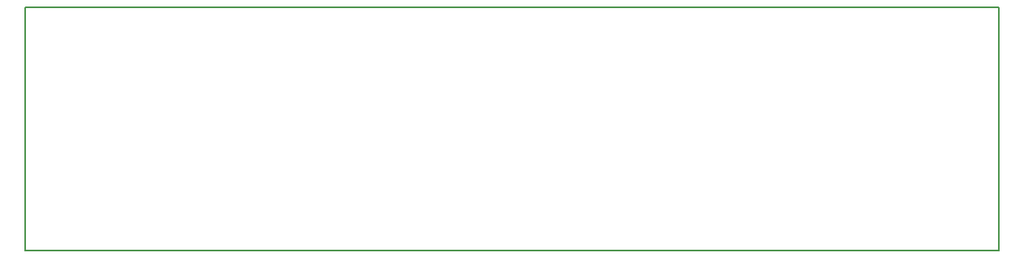
<source format=gbo>
G04 Smart Collar 2.0 - Bottom Silk Screen Layer*
%FSLAX24Y24*%
%MOIN*%
%ADD10C,0.0060*%
D10*
X015000Y010000D02*
X055000Y010000D01*
X055000Y020000D01*
X015000Y020000D01*
X015000Y010000D01*
M02*

</source>
